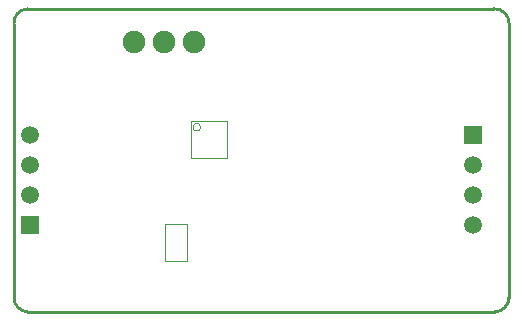
<source format=gbl>
G04*
G04 #@! TF.GenerationSoftware,Altium Limited,Altium Designer,20.0.13 (296)*
G04*
G04 Layer_Physical_Order=2*
G04 Layer_Color=16711680*
%FSLAX24Y24*%
%MOIN*%
G70*
G01*
G75*
%ADD10C,0.0100*%
%ADD14C,0.0039*%
%ADD26C,0.0748*%
%ADD27C,0.0591*%
%ADD28R,0.0591X0.0591*%
D10*
X16020Y-1D02*
G03*
X16500Y500I5J476D01*
G01*
Y9620D02*
G03*
X15999Y10100I-476J5D01*
G01*
X450Y10100D02*
G03*
X0Y9600I25J-475D01*
G01*
Y470D02*
G03*
X452Y-3I476J3D01*
G01*
X13100Y10100D02*
X15999D01*
X16500Y8250D02*
Y9620D01*
Y475D02*
Y6400D01*
X450Y0D02*
X16025D01*
X0Y450D02*
Y9600D01*
X450Y10100D02*
X10700Y10100D01*
X16500Y6400D02*
Y8250D01*
X10700Y10100D02*
X13100D01*
D14*
X6224Y6154D02*
G03*
X6224Y6154I-128J0D01*
G01*
X5046Y1690D02*
Y2910D01*
X5754Y1690D02*
Y2910D01*
X5046D02*
X5754D01*
X5046Y1690D02*
X5754D01*
X5890Y5140D02*
Y6360D01*
X7110Y5140D02*
Y6360D01*
X5890D02*
X7110D01*
X5890Y5140D02*
X7110D01*
D26*
X3992Y9000D02*
D03*
X6000D02*
D03*
X5000D02*
D03*
D27*
X15300Y2900D02*
D03*
Y3900D02*
D03*
Y4900D02*
D03*
X550Y5900D02*
D03*
Y4900D02*
D03*
Y3900D02*
D03*
D28*
X15300Y5900D02*
D03*
X550Y2900D02*
D03*
M02*

</source>
